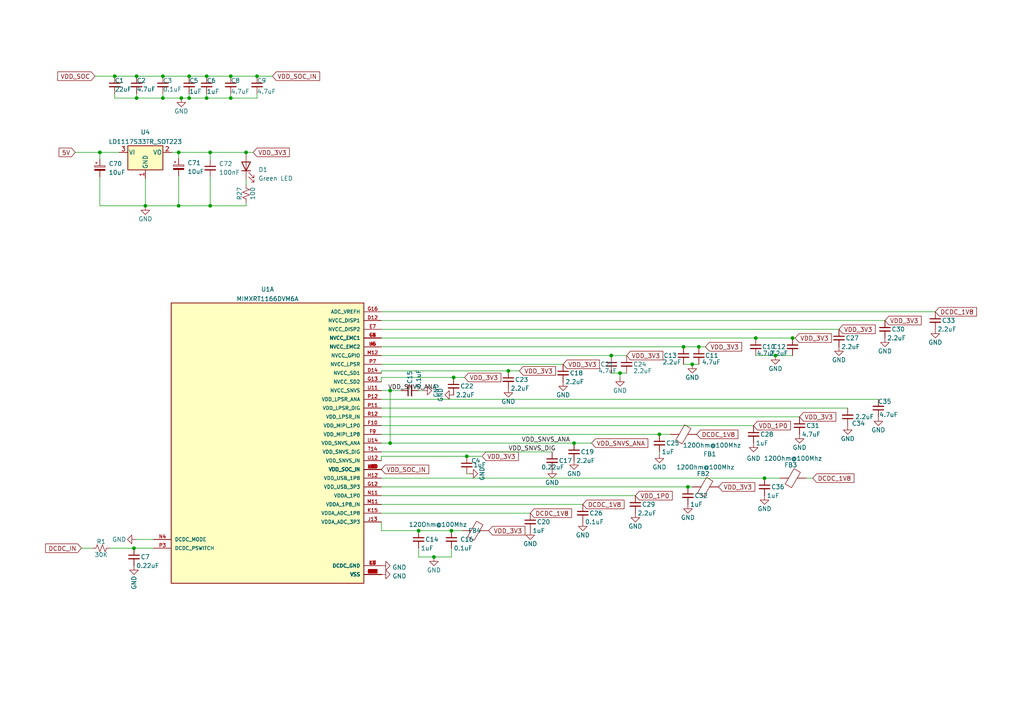
<source format=kicad_sch>
(kicad_sch (version 20230121) (generator eeschema)
  (paper "A4")
  (junction (at 199.517 141.224))
  (junction (at 219.202 98.044))
  (junction (at 113.157 113.284))
  (junction (at 200.787 105.664))
  (junction (at 71.374 44.196))
  (junction (at 177.292 103.124))
  (junction (at 221.742 138.684))
  (junction (at 42.164 59.69))
  (junction (at 66.929 22.098))
  (junction (at 47.244 22.098))
  (junction (at 39.624 22.098))
  (junction (at 125.857 161.544))
  (junction (at 74.549 22.098))
  (junction (at 33.274 22.098))
  (junction (at 47.244 28.448))
  (junction (at 191.262 125.984))
  (junction (at 229.87 98.044))
  (junction (at 51.816 44.196))
  (junction (at 130.937 153.924))
  (junction (at 113.157 128.524))
  (junction (at 224.917 103.124))
  (junction (at 54.864 22.098))
  (junction (at 51.816 59.69))
  (junction (at 39.624 28.448))
  (junction (at 38.862 159.004))
  (junction (at 52.578 28.448))
  (junction (at 135.382 132.334))
  (junction (at 59.944 22.098))
  (junction (at 198.247 100.584))
  (junction (at 60.96 59.69))
  (junction (at 28.956 44.196))
  (junction (at 131.572 109.474))
  (junction (at 202.692 100.584))
  (junction (at 59.944 28.448))
  (junction (at 60.96 44.196))
  (junction (at 147.447 107.569))
  (junction (at 166.497 128.524))
  (junction (at 179.832 108.204))
  (junction (at 54.864 28.448))
  (junction (at 121.412 153.924))
  (junction (at 66.929 28.448))
  (wire (pts (xy 110.617 95.504) (xy 243.332 95.504)))
  (wire (pts (xy 229.87 103.124) (xy 224.917 103.124)))
  (wire (pts (xy 202.692 105.664) (xy 200.787 105.664)))
  (wire (pts (xy 23.622 159.004) (xy 26.797 159.004)))
  (wire (pts (xy 204.597 100.584) (xy 202.692 100.584)))
  (wire (pts (xy 28.956 51.308) (xy 28.956 59.69)))
  (wire (pts (xy 110.617 103.124) (xy 177.292 103.124)))
  (wire (pts (xy 66.929 28.448) (xy 74.549 28.448)))
  (wire (pts (xy 39.497 156.464) (xy 44.577 156.464)))
  (wire (pts (xy 110.617 98.044) (xy 219.202 98.044)))
  (wire (pts (xy 131.572 109.474) (xy 134.747 109.474)))
  (wire (pts (xy 110.617 132.334) (xy 110.617 133.604)))
  (wire (pts (xy 179.832 108.204) (xy 179.832 109.474)))
  (wire (pts (xy 110.617 132.334) (xy 135.382 132.334)))
  (wire (pts (xy 110.617 141.224) (xy 199.517 141.224)))
  (wire (pts (xy 121.412 161.544) (xy 125.857 161.544)))
  (wire (pts (xy 51.816 59.69) (xy 60.96 59.69)))
  (wire (pts (xy 135.382 137.414) (xy 136.017 137.414)))
  (wire (pts (xy 28.956 59.69) (xy 42.164 59.69)))
  (wire (pts (xy 177.292 103.124) (xy 181.737 103.124)))
  (wire (pts (xy 110.617 113.284) (xy 113.157 113.284)))
  (wire (pts (xy 110.617 118.364) (xy 245.872 118.364)))
  (wire (pts (xy 66.929 27.178) (xy 66.929 28.448)))
  (wire (pts (xy 27.559 22.098) (xy 33.274 22.098)))
  (wire (pts (xy 110.617 138.684) (xy 221.742 138.684)))
  (wire (pts (xy 110.617 148.844) (xy 153.797 148.844)))
  (wire (pts (xy 51.816 44.196) (xy 51.816 45.974)))
  (wire (pts (xy 66.929 22.098) (xy 74.549 22.098)))
  (wire (pts (xy 110.617 90.424) (xy 271.272 90.424)))
  (wire (pts (xy 110.617 123.444) (xy 218.567 123.444)))
  (wire (pts (xy 233.807 138.684) (xy 235.712 138.684)))
  (wire (pts (xy 110.617 143.764) (xy 184.277 143.764)))
  (wire (pts (xy 71.374 59.69) (xy 71.374 58.674)))
  (wire (pts (xy 110.617 107.569) (xy 147.447 107.569)))
  (wire (pts (xy 34.544 44.196) (xy 28.956 44.196)))
  (wire (pts (xy 51.816 51.054) (xy 51.816 59.69)))
  (wire (pts (xy 130.937 153.924) (xy 134.112 153.924)))
  (wire (pts (xy 130.937 161.544) (xy 130.937 159.004)))
  (wire (pts (xy 110.617 100.584) (xy 198.247 100.584)))
  (wire (pts (xy 121.412 113.284) (xy 122.682 113.284)))
  (wire (pts (xy 31.877 159.004) (xy 38.862 159.004)))
  (wire (pts (xy 42.164 51.816) (xy 42.164 59.69)))
  (wire (pts (xy 49.784 44.196) (xy 51.816 44.196)))
  (wire (pts (xy 135.382 132.334) (xy 139.827 132.334)))
  (wire (pts (xy 177.292 108.204) (xy 179.832 108.204)))
  (wire (pts (xy 131.572 109.474) (xy 110.617 109.474)))
  (wire (pts (xy 33.274 22.098) (xy 39.624 22.098)))
  (wire (pts (xy 71.374 44.196) (xy 71.374 44.45)))
  (wire (pts (xy 47.244 22.098) (xy 54.864 22.098)))
  (wire (pts (xy 33.274 28.448) (xy 39.624 28.448)))
  (wire (pts (xy 59.944 27.178) (xy 59.944 28.448)))
  (wire (pts (xy 110.617 131.064) (xy 160.147 131.064)))
  (wire (pts (xy 198.247 100.584) (xy 202.692 100.584)))
  (wire (pts (xy 39.624 22.098) (xy 47.244 22.098)))
  (wire (pts (xy 147.447 107.569) (xy 150.622 107.569)))
  (wire (pts (xy 42.164 59.69) (xy 51.816 59.69)))
  (wire (pts (xy 125.857 161.544) (xy 130.937 161.544)))
  (wire (pts (xy 191.262 131.064) (xy 191.262 131.699)))
  (wire (pts (xy 38.862 159.004) (xy 44.577 159.004)))
  (wire (pts (xy 219.202 98.044) (xy 229.87 98.044)))
  (wire (pts (xy 179.832 108.204) (xy 181.737 108.204)))
  (wire (pts (xy 28.956 44.196) (xy 28.956 46.228)))
  (wire (pts (xy 110.617 120.904) (xy 231.902 120.904)))
  (wire (pts (xy 59.944 22.098) (xy 66.929 22.098)))
  (wire (pts (xy 47.244 28.448) (xy 52.578 28.448)))
  (wire (pts (xy 113.157 128.524) (xy 166.497 128.524)))
  (wire (pts (xy 47.244 28.448) (xy 47.244 27.178)))
  (wire (pts (xy 229.87 98.044) (xy 230.632 98.044)))
  (wire (pts (xy 110.617 153.924) (xy 110.617 151.384)))
  (wire (pts (xy 221.742 138.684) (xy 226.187 138.684)))
  (wire (pts (xy 39.624 28.448) (xy 47.244 28.448)))
  (wire (pts (xy 121.412 159.004) (xy 121.412 161.544)))
  (wire (pts (xy 71.374 44.196) (xy 73.406 44.196)))
  (wire (pts (xy 110.617 115.824) (xy 254.762 115.824)))
  (wire (pts (xy 191.262 125.984) (xy 194.437 125.984)))
  (wire (pts (xy 166.497 128.524) (xy 171.577 128.524)))
  (wire (pts (xy 39.624 28.448) (xy 39.624 27.178)))
  (wire (pts (xy 110.617 108.204) (xy 110.617 107.569)))
  (wire (pts (xy 52.578 28.448) (xy 54.864 28.448)))
  (wire (pts (xy 21.844 44.196) (xy 28.956 44.196)))
  (wire (pts (xy 74.549 28.448) (xy 74.549 27.178)))
  (wire (pts (xy 110.617 92.964) (xy 256.667 92.964)))
  (wire (pts (xy 113.157 113.284) (xy 116.332 113.284)))
  (wire (pts (xy 110.617 146.304) (xy 169.037 146.304)))
  (wire (pts (xy 113.157 113.284) (xy 113.157 128.524)))
  (wire (pts (xy 54.864 28.448) (xy 59.944 28.448)))
  (wire (pts (xy 71.374 53.594) (xy 71.374 52.07)))
  (wire (pts (xy 60.96 59.69) (xy 71.374 59.69)))
  (wire (pts (xy 60.96 44.196) (xy 71.374 44.196)))
  (wire (pts (xy 51.816 44.196) (xy 60.96 44.196)))
  (wire (pts (xy 59.944 28.448) (xy 66.929 28.448)))
  (wire (pts (xy 54.864 22.098) (xy 59.944 22.098)))
  (wire (pts (xy 60.96 44.196) (xy 60.96 46.228)))
  (wire (pts (xy 110.617 128.524) (xy 113.157 128.524)))
  (wire (pts (xy 199.517 141.224) (xy 200.787 141.224)))
  (wire (pts (xy 110.617 109.474) (xy 110.617 110.744)))
  (wire (pts (xy 121.412 153.924) (xy 130.937 153.924)))
  (wire (pts (xy 74.549 22.098) (xy 78.994 22.098)))
  (wire (pts (xy 121.412 153.924) (xy 110.617 153.924)))
  (wire (pts (xy 110.617 125.984) (xy 191.262 125.984)))
  (wire (pts (xy 33.274 28.448) (xy 33.274 27.178)))
  (wire (pts (xy 198.247 105.664) (xy 200.787 105.664)))
  (wire (pts (xy 219.202 103.124) (xy 224.917 103.124)))
  (wire (pts (xy 60.96 51.308) (xy 60.96 59.69)))
  (wire (pts (xy 54.864 27.178) (xy 54.864 28.448)))
  (wire (pts (xy 110.617 105.664) (xy 163.322 105.664)))
  (label "VDD_SNVS_ANA" (at 151.257 128.524 0))
  (label "VDD_SNVS_DIG" (at 147.447 131.064 0))
  (label "VDD_SNVS_ANA" (at 112.522 113.284 0))
  (global_label "VDD_SOC_IN" (shape input) (at 78.994 22.098 0) (property "Intersheetrefs" "${INTERSHEET_REFS}" (effects hide)))
  (global_label "VDD_3V3" (shape input) (at 141.732 153.924 0) (property "Intersheetrefs" "${INTERSHEET_REFS}" (effects hide)))
  (global_label "DCDC_IN" (shape input) (at 23.622 159.004 180) (property "Intersheetrefs" "${INTERSHEET_REFS}" (effects hide)))
  (global_label "VDD_3V3" (shape input) (at 139.827 132.334 0) (property "Intersheetrefs" "${INTERSHEET_REFS}" (effects hide)))
  (global_label "DCDC_1V8" (shape input) (at 271.272 90.424 0) (property "Intersheetrefs" "${INTERSHEET_REFS}" (effects hide)))
  (global_label "VDD_1P0" (shape input) (at 218.567 123.444 0) (property "Intersheetrefs" "${INTERSHEET_REFS}" (effects hide)))
  (global_label "VDD_3V3" (shape input) (at 208.407 141.224 0) (property "Intersheetrefs" "${INTERSHEET_REFS}" (effects hide)))
  (global_label "VDD_3V3" (shape input) (at 256.667 92.964 0) (property "Intersheetrefs" "${INTERSHEET_REFS}" (effects hide)))
  (global_label "VDD_3V3" (shape input) (at 163.322 105.664 0) (property "Intersheetrefs" "${INTERSHEET_REFS}" (effects hide)))
  (global_label "VDD_SNVS_ANA" (shape input) (at 171.577 128.524 0) (property "Intersheetrefs" "${INTERSHEET_REFS}" (effects hide)))
  (global_label "DCDC_1V8" (shape input) (at 235.712 138.684 0) (property "Intersheetrefs" "${INTERSHEET_REFS}" (effects hide)))
  (global_label "VDD_1P0" (shape input) (at 184.277 143.764 0) (property "Intersheetrefs" "${INTERSHEET_REFS}" (effects hide)))
  (global_label "VDD_SOC_IN" (shape input) (at 110.617 136.144 0) (property "Intersheetrefs" "${INTERSHEET_REFS}" (effects hide)))
  (global_label "VDD_3V3" (shape input) (at 150.622 107.569 0) (property "Intersheetrefs" "${INTERSHEET_REFS}" (effects hide)))
  (global_label "5V" (shape input) (at 21.844 44.196 180) (property "Intersheetrefs" "${INTERSHEET_REFS}" (effects hide)))
  (global_label "DCDC_1V8" (shape input) (at 202.057 125.984 0) (property "Intersheetrefs" "${INTERSHEET_REFS}" (effects hide)))
  (global_label "VDD_3V3" (shape input) (at 230.632 98.044 0) (property "Intersheetrefs" "${INTERSHEET_REFS}" (effects hide)))
  (global_label "VDD_3V3" (shape input) (at 134.747 109.474 0) (property "Intersheetrefs" "${INTERSHEET_REFS}" (effects hide)))
  (global_label "DCDC_1V8" (shape input) (at 169.037 146.304 0) (property "Intersheetrefs" "${INTERSHEET_REFS}" (effects hide)))
  (global_label "VDD_3V3" (shape input) (at 204.597 100.584 0) (property "Intersheetrefs" "${INTERSHEET_REFS}" (effects hide)))
  (global_label "VDD_3V3" (shape input) (at 73.406 44.196 0) (property "Intersheetrefs" "${INTERSHEET_REFS}" (effects hide)))
  (global_label "VDD_3V3" (shape input) (at 231.902 120.904 0) (property "Intersheetrefs" "${INTERSHEET_REFS}" (effects hide)))
  (global_label "VDD_3V3" (shape input) (at 181.737 103.124 0) (property "Intersheetrefs" "${INTERSHEET_REFS}" (effects hide)))
  (global_label "VDD_SOC" (shape input) (at 27.559 22.098 180) (property "Intersheetrefs" "${INTERSHEET_REFS}" (effects hide)))
  (global_label "VDD_3V3" (shape input) (at 243.332 95.504 0) (property "Intersheetrefs" "${INTERSHEET_REFS}" (effects hide)))
  (global_label "DCDC_1V8" (shape input) (at 153.797 148.844 0) (property "Intersheetrefs" "${INTERSHEET_REFS}" (effects hide)))
  (symbol (lib_id "power:GND") (at 153.797 153.924 0) (unit 1)
    (property "Reference" "#PWR014" (effects hide))
    (property "Value" "GND" (at 153.797 157.734 0))
  )
  (symbol (lib_id "power:GND") (at 184.277 148.844 0) (unit 1)
    (property "Reference" "#PWR022" (effects hide))
    (property "Value" "GND" (at 184.277 152.654 0))
  )
  (symbol (lib_id "power:GND") (at 131.572 114.554 270) (unit 1)
    (property "Reference" "#PWR016" (effects hide))
    (property "Value" "GND" (at 127.762 114.554 0))
  )
  (symbol (lib_id "power:GND") (at 245.872 123.444 0) (unit 1)
    (property "Reference" "#PWR027" (effects hide))
    (property "Value" "GND" (at 245.872 127.254 0))
  )
  (symbol (lib_id "Device:C_Polarized_Small") (at 28.956 48.768 0) (unit 1)
    (property "Reference" "C70" (at 31.496 47.4979 0) (effects (justify left)))
    (property "Value" "10uF" (at 31.496 50.0379 0) (effects (justify left)))
    (property "Footprint" "Capacitor_SMD:C_0805_2012Metric" (effects hide))
  )
  (symbol (lib_id "Device:C_Small") (at 271.272 92.964 0) (unit 1)
    (property "Reference" "C33" (at 273.177 92.964 0) (effects (justify left)))
    (property "Value" "2.2uF" (at 271.907 95.504 0) (effects (justify left)))
    (property "Footprint" "Capacitor_SMD:C_0402_1005Metric" (effects hide))
  )
  (symbol (lib_id "Device:C_Small") (at 198.247 103.124 0) (mirror y) (unit 1)
    (property "Reference" "C13" (at 196.342 103.124 0) (effects (justify left)))
    (property "Value" "2.2uF" (at 197.612 105.029 0) (effects (justify left)))
    (property "Footprint" "Capacitor_SMD:C_0402_1005Metric" (effects hide))
  )
  (symbol (lib_id "Device:R_Small_US") (at 71.374 56.134 0) (unit 1)
    (property "Reference" "R27" (at 69.469 56.134 90))
    (property "Value" "100" (at 73.279 56.134 90))
    (property "Footprint" "Resistor_SMD:R_0603_1608Metric" (effects hide))
  )
  (symbol (lib_id "Device:C_Small") (at 59.944 24.638 0) (unit 1)
    (property "Reference" "C6" (at 59.944 23.368 0) (effects (justify left)))
    (property "Value" "1uF" (at 59.944 26.543 0) (effects (justify left)))
    (property "Footprint" "Capacitor_SMD:C_0402_1005Metric" (effects hide))
  )
  (symbol (lib_id "Device:C_Small") (at 131.572 112.014 0) (unit 1)
    (property "Reference" "C22" (at 133.477 112.014 0) (effects (justify left)))
    (property "Value" "2.2uF" (at 132.207 114.554 0) (effects (justify left)))
    (property "Footprint" "Capacitor_SMD:C_0402_1005Metric" (effects hide))
  )
  (symbol (lib_id "Device:C_Small") (at 219.202 100.584 0) (mirror y) (unit 1)
    (property "Reference" "C10" (at 224.917 100.584 0) (effects (justify left)))
    (property "Value" "4.7uF" (at 224.917 102.489 0) (effects (justify left)))
    (property "Footprint" "Capacitor_SMD:C_0402_1005Metric" (effects hide))
  )
  (symbol (lib_id "Device:C_Small") (at 199.517 143.764 0) (unit 1)
    (property "Reference" "C32" (at 201.422 143.764 0) (effects (justify left)))
    (property "Value" "1uF" (at 200.152 146.304 0) (effects (justify left)))
    (property "Footprint" "Capacitor_SMD:C_0402_1005Metric" (effects hide))
  )
  (symbol (lib_id "power:GND") (at 110.617 164.084 90) (unit 1)
    (property "Reference" "#PWR05" (effects hide))
    (property "Value" "GND" (at 113.792 164.563 90) (effects (justify right)))
  )
  (symbol (lib_id "Device:C_Small") (at 121.412 156.464 0) (unit 1)
    (property "Reference" "C14" (at 123.317 156.464 0) (effects (justify left)))
    (property "Value" "1uF" (at 122.047 159.004 0) (effects (justify left)))
    (property "Footprint" "Capacitor_SMD:C_0402_1005Metric" (effects hide))
  )
  (symbol (lib_id "power:GND") (at 271.272 95.504 0) (unit 1)
    (property "Reference" "#PWR026" (effects hide))
    (property "Value" "GND" (at 271.272 99.314 0))
  )
  (symbol (lib_id "power:GND") (at 52.578 28.448 0) (unit 1)
    (property "Reference" "#PWR01" (effects hide))
    (property "Value" "GND" (at 52.578 32.258 0))
  )
  (symbol (lib_id "Device:C_Small") (at 256.667 95.504 0) (unit 1)
    (property "Reference" "C30" (at 258.572 95.504 0) (effects (justify left)))
    (property "Value" "2.2uF" (at 257.302 98.044 0) (effects (justify left)))
    (property "Footprint" "Capacitor_SMD:C_0402_1005Metric" (effects hide))
  )
  (symbol (lib_id "Device:C_Small") (at 135.382 134.874 0) (unit 1)
    (property "Reference" "C4" (at 136.652 133.604 0) (effects (justify left)))
    (property "Value" "1uF" (at 137.287 134.874 0) (effects (justify left)))
    (property "Footprint" "Capacitor_SMD:C_0402_1005Metric" (effects hide))
  )
  (symbol (lib_id "Device:C_Small") (at 54.864 24.638 0) (unit 1)
    (property "Reference" "C5" (at 54.864 23.368 0) (effects (justify left)))
    (property "Value" "1uF" (at 54.864 26.543 0) (effects (justify left)))
    (property "Footprint" "Capacitor_SMD:C_0402_1005Metric" (effects hide))
  )
  (symbol (lib_id "Device:C_Small") (at 231.902 123.444 0) (unit 1)
    (property "Reference" "C31" (at 233.807 123.444 0) (effects (justify left)))
    (property "Value" "4.7uF" (at 232.537 125.984 0) (effects (justify left)))
    (property "Footprint" "Capacitor_SMD:C_0402_1005Metric" (effects hide))
  )
  (symbol (lib_id "Device:FerriteBead") (at 204.597 141.224 90) (unit 1)
    (property "Reference" "FB2" (at 203.962 137.414 90))
    (property "Value" "120Ohm@100Mhz" (at 204.597 135.509 90))
    (property "Footprint" "Resistor_SMD:R_0402_1005Metric" (effects hide))
  )
  (symbol (lib_id "Device:C_Small") (at 191.262 128.524 0) (unit 1)
    (property "Reference" "C25" (at 193.167 128.524 0) (effects (justify left)))
    (property "Value" "1uF" (at 191.897 131.064 0) (effects (justify left)))
    (property "Footprint" "Capacitor_SMD:C_0402_1005Metric" (effects hide))
  )
  (symbol (lib_id "Device:C_Small") (at 66.929 24.638 0) (unit 1)
    (property "Reference" "C8" (at 66.929 23.368 0) (effects (justify left)))
    (property "Value" "4.7uF" (at 66.929 26.543 0) (effects (justify left)))
    (property "Footprint" "Capacitor_SMD:C_0402_1005Metric" (effects hide))
  )
  (symbol (lib_id "power:GND") (at 42.164 59.69 0) (unit 1)
    (property "Reference" "#PWR053" (effects hide))
    (property "Value" "GND" (at 42.164 63.5 0))
  )
  (symbol (lib_id "power:GND") (at 191.262 131.699 0) (unit 1)
    (property "Reference" "#PWR018" (effects hide))
    (property "Value" "GND" (at 191.262 135.509 0))
  )
  (symbol (lib_id "Device:C_Small") (at 147.447 110.109 0) (unit 1)
    (property "Reference" "C23" (at 149.352 110.109 0) (effects (justify left)))
    (property "Value" "2.2uF" (at 148.082 112.649 0) (effects (justify left)))
    (property "Footprint" "Capacitor_SMD:C_0402_1005Metric" (effects hide))
  )
  (symbol (lib_id "Device:C_Small") (at 74.549 24.638 0) (unit 1)
    (property "Reference" "C9" (at 74.549 23.368 0) (effects (justify left)))
    (property "Value" "4.7uF" (at 74.549 26.543 0) (effects (justify left)))
    (property "Footprint" "Capacitor_SMD:C_0402_1005Metric" (effects hide))
  )
  (symbol (lib_id "Device:C_Small") (at 218.567 125.984 0) (unit 1)
    (property "Reference" "C28" (at 220.472 125.984 0) (effects (justify left)))
    (property "Value" "1uF" (at 219.202 128.524 0) (effects (justify left)))
    (property "Footprint" "Capacitor_SMD:C_0402_1005Metric" (effects hide))
  )
  (symbol (lib_id "Device:C_Polarized_Small") (at 51.816 48.514 0) (unit 1)
    (property "Reference" "C71" (at 54.356 47.2439 0) (effects (justify left)))
    (property "Value" "10uF" (at 54.356 49.7839 0) (effects (justify left)))
    (property "Footprint" "Capacitor_SMD:C_0805_2012Metric" (effects hide))
  )
  (symbol (lib_id "power:GND") (at 163.322 110.744 0) (unit 1)
    (property "Reference" "#PWR012" (effects hide))
    (property "Value" "GND" (at 163.322 114.554 0))
  )
  (symbol (lib_id "Device:C_Small") (at 181.737 105.664 0) (unit 1)
    (property "Reference" "C24" (at 183.642 105.664 0) (effects (justify left)))
    (property "Value" "2.2uF" (at 183.642 107.569 0) (effects (justify left)))
    (property "Footprint" "Capacitor_SMD:C_0402_1005Metric" (effects hide))
  )
  (symbol (lib_id "Device:C_Small") (at 39.624 24.638 0) (unit 1)
    (property "Reference" "C2" (at 39.624 23.368 0) (effects (justify left)))
    (property "Value" "4.7uF" (at 39.624 25.908 0) (effects (justify left)))
    (property "Footprint" "Capacitor_SMD:C_0402_1005Metric" (effects hide))
  )
  (symbol (lib_id "power:GND") (at 39.497 156.464 270) (unit 1)
    (property "Reference" "#PWR04" (effects hide))
    (property "Value" "GND" (at 32.512 156.464 90) (effects (justify left)))
  )
  (symbol (lib_id "Device:C_Small") (at 221.742 141.224 0) (unit 1)
    (property "Reference" "C36" (at 223.647 141.224 0) (effects (justify left)))
    (property "Value" "1uF" (at 222.377 143.764 0) (effects (justify left)))
    (property "Footprint" "Capacitor_SMD:C_0402_1005Metric" (effects hide))
  )
  (symbol (lib_id "Device:LED") (at 71.374 48.26 90) (unit 1)
    (property "Reference" "D1" (at 74.93 49.2125 90) (effects (justify right)))
    (property "Value" "Green LED" (at 74.93 51.7525 90) (effects (justify right)))
    (property "Footprint" "LED_SMD:LED_0805_2012Metric" (effects hide))
  )
  (symbol (lib_id "Device:C_Small") (at 163.322 108.204 0) (unit 1)
    (property "Reference" "C18" (at 165.227 108.204 0) (effects (justify left)))
    (property "Value" "2.2uF" (at 163.957 110.744 0) (effects (justify left)))
    (property "Footprint" "Capacitor_SMD:C_0402_1005Metric" (effects hide))
  )
  (symbol (lib_id "Device:FerriteBead") (at 198.247 125.984 90) (unit 1)
    (property "Reference" "FB1" (at 205.867 131.699 90))
    (property "Value" "120Ohm@100Mhz" (at 206.502 129.159 90))
    (property "Footprint" "Resistor_SMD:R_0402_1005Metric" (effects hide))
  )
  (symbol (lib_id "Device:C_Small") (at 184.277 146.304 0) (unit 1)
    (property "Reference" "C29" (at 186.182 146.304 0) (effects (justify left)))
    (property "Value" "2.2uF" (at 184.912 148.844 0) (effects (justify left)))
    (property "Footprint" "Capacitor_SMD:C_0402_1005Metric" (effects hide))
  )
  (symbol (lib_id "Device:C_Small") (at 118.872 113.284 90) (unit 1)
    (property "Reference" "C15" (at 118.872 111.379 0) (effects (justify left)))
    (property "Value" "0.1uF" (at 121.412 112.649 0) (effects (justify left)))
    (property "Footprint" "Capacitor_SMD:C_0402_1005Metric" (effects hide))
  )
  (symbol (lib_id "Device:C_Small") (at 169.037 148.844 0) (unit 1)
    (property "Reference" "C26" (at 170.942 148.844 0) (effects (justify left)))
    (property "Value" "0.1uF" (at 169.672 151.384 0) (effects (justify left)))
    (property "Footprint" "Capacitor_SMD:C_0402_1005Metric" (effects hide))
  )
  (symbol (lib_id "Device:C_Small") (at 38.862 161.544 0) (unit 1)
    (property "Reference" "C7" (at 40.767 161.544 0) (effects (justify left)))
    (property "Value" "0.22uF" (at 39.497 164.084 0) (effects (justify left)))
    (property "Footprint" "Capacitor_SMD:C_0402_1005Metric" (effects hide))
  )
  (symbol (lib_id "Device:C_Small") (at 166.497 131.064 0) (unit 1)
    (property "Reference" "C19" (at 168.402 131.064 0) (effects (justify left)))
    (property "Value" "2.2uF" (at 167.132 133.604 0) (effects (justify left)))
    (property "Footprint" "Capacitor_SMD:C_0402_1005Metric" (effects hide))
  )
  (symbol (lib_id "Device:C_Small") (at 177.292 105.664 0) (unit 1)
    (property "Reference" "C21" (at 174.117 105.664 0) (effects (justify left)))
    (property "Value" "4.7uF" (at 173.482 107.569 0) (effects (justify left)))
    (property "Footprint" "Capacitor_SMD:C_0402_1005Metric" (effects hide))
  )
  (symbol (lib_id "power:GND") (at 147.447 112.649 0) (unit 1)
    (property "Reference" "#PWR017" (effects hide))
    (property "Value" "GND" (at 147.447 116.459 0))
  )
  (symbol (lib_id "Device:C_Small") (at 153.797 151.384 0) (unit 1)
    (property "Reference" "C20" (at 155.702 151.384 0) (effects (justify left)))
    (property "Value" "1uF" (at 154.432 153.924 0) (effects (justify left)))
    (property "Footprint" "Capacitor_SMD:C_0402_1005Metric" (effects hide))
  )
  (symbol (lib_id "Device:C_Small") (at 160.147 133.604 0) (unit 1)
    (property "Reference" "C17" (at 162.052 133.604 0) (effects (justify left)))
    (property "Value" "0.22uF" (at 156.972 135.509 0) (effects (justify left)))
    (property "Footprint" "Capacitor_SMD:C_0402_1005Metric" (effects hide))
  )
  (symbol (lib_id "power:GND") (at 199.517 146.304 0) (unit 1)
    (property "Reference" "#PWR025" (effects hide))
    (property "Value" "GND" (at 199.517 150.114 0))
  )
  (symbol (lib_id "power:GND") (at 224.917 103.124 0) (mirror y) (unit 1)
    (property "Reference" "#PWR07" (effects hide))
    (property "Value" "GND" (at 224.917 106.934 0))
  )
  (symbol (lib_id "Device:FerriteBead") (at 137.922 153.924 90) (unit 1)
    (property "Reference" "FB4" (at 137.668 153.924 90))
    (property "Value" "120Ohm@100Mhz" (at 127 152.146 90))
    (property "Footprint" "Resistor_SMD:R_0402_1005Metric" (effects hide))
  )
  (symbol (lib_id "Device:R_Small_US") (at 29.337 159.004 270) (unit 1)
    (property "Reference" "R1" (at 29.337 157.099 90))
    (property "Value" "30K" (at 29.337 160.909 90))
    (property "Footprint" "Resistor_SMD:R_0402_1005Metric" (effects hide))
  )
  (symbol (lib_id "power:GND") (at 166.497 133.604 0) (unit 1)
    (property "Reference" "#PWR013" (effects hide))
    (property "Value" "GND" (at 166.497 137.414 0))
  )
  (symbol (lib_id "MIMXRT1166DVM6A:MIMXRT1166DVM6A") (at 77.597 128.524 0) (unit 1)
    (property "Reference" "U1" (at 77.597 83.9175 0))
    (property "Value" "MIMXRT1166DVM6A" (at 77.597 86.6926 0))
    (property "Footprint" "MIMXRT1166DVM6A:MIMXRT1166DVM6A" (effects hide))
    (property "PARTREV" "Rev. 0" (effects hide))
    (property "MANUFACTURER" "NXP Semiconductors" (effects hide))
    (property "MAXIMUM_PACKAGE_HEIGHT" "1.52 mm" (effects hide))
    (property "STANDARD" "IPC 7351B" (effects hide))
  )
  (symbol (lib_id "power:GND") (at 169.037 151.384 0) (unit 1)
    (property "Reference" "#PWR019" (effects hide))
    (property "Value" "GND" (at 169.037 155.194 0))
  )
  (symbol (lib_id "Device:C_Small") (at 60.96 48.768 0) (unit 1)
    (property "Reference" "C72" (at 63.5 47.4979 0) (effects (justify left)))
    (property "Value" "100nF" (at 63.5 50.0379 0) (effects (justify left)))
    (property "Footprint" "Capacitor_SMD:C_0402_1005Metric" (effects hide))
  )
  (symbol (lib_id "power:GND") (at 122.682 113.284 90) (unit 1)
    (property "Reference" "#PWR010" (effects hide))
    (property "Value" "GND" (at 126.492 113.284 0))
  )
  (symbol (lib_id "power:GND") (at 218.567 128.524 0) (unit 1)
    (property "Reference" "#PWR021" (effects hide))
    (property "Value" "GND" (at 218.567 132.969 0))
  )
  (symbol (lib_id "power:GND") (at 231.902 125.984 0) (unit 1)
    (property "Reference" "#PWR024" (effects hide))
    (property "Value" "GND" (at 231.902 129.794 0))
  )
  (symbol (lib_id "Device:FerriteBead") (at 229.997 138.684 90) (unit 1)
    (property "Reference" "FB3" (at 229.362 134.874 90))
    (property "Value" "120Ohm@100Mhz" (at 229.997 132.969 90))
    (property "Footprint" "Resistor_SMD:R_0402_1005Metric" (effects hide))
  )
  (symbol (lib_id "power:GND") (at 110.617 166.624 90) (unit 1)
    (property "Reference" "#PWR06" (effects hide))
    (property "Value" "GND" (at 113.792 167.103 90) (effects (justify right)))
  )
  (symbol (lib_id "Device:C_Small") (at 229.87 100.584 0) (mirror y) (unit 1)
    (property "Reference" "C12" (at 227.965 100.584 0) (effects (justify left)))
    (property "Value" "2.2uF" (at 228.6 102.489 0) (effects (justify left)))
    (property "Footprint" "Capacitor_SMD:C_0402_1005Metric" (effects hide))
  )
  (symbol (lib_id "power:GND") (at 256.667 98.044 0) (unit 1)
    (property "Reference" "#PWR023" (effects hide))
    (property "Value" "GND" (at 256.667 101.854 0))
  )
  (symbol (lib_id "power:GND") (at 243.332 100.584 0) (unit 1)
    (property "Reference" "#PWR020" (effects hide))
    (property "Value" "GND" (at 243.332 104.394 0))
  )
  (symbol (lib_id "Regulator_Linear:LD1117S33TR_SOT223") (at 42.164 44.196 0) (unit 1)
    (property "Reference" "U4" (at 42.164 38.3245 0))
    (property "Value" "LD1117S33TR_SOT223" (at 42.164 41.0996 0))
    (property "Footprint" "Package_TO_SOT_SMD:SOT-223-3_TabPin2" (effects hide))
    (property "Datasheet" "http://www.st.com/st-web-ui/static/active/en/resource/technical/document/datasheet/CD00000544.pdf" (effects hide))
  )
  (symbol (lib_id "Device:C_Small") (at 245.872 120.904 180) (unit 1)
    (property "Reference" "C34" (at 250.952 122.809 0) (effects (justify left)))
    (property "Value" "2.2uF" (at 253.492 120.904 0) (effects (justify left)))
    (property "Footprint" "Capacitor_SMD:C_0402_1005Metric" (effects hide))
  )
  (symbol (lib_id "power:GND") (at 38.862 164.084 0) (unit 1)
    (property "Reference" "#PWR03" (effects hide))
    (property "Value" "GND" (at 38.862 171.069 90) (effects (justify left)))
  )
  (symbol (lib_id "Device:C_Small") (at 130.937 156.464 0) (unit 1)
    (property "Reference" "C16" (at 133.477 156.464 0) (effects (justify left)))
    (property "Value" "0.1uF" (at 131.572 159.004 0) (effects (justify left)))
    (property "Footprint" "Capacitor_SMD:C_0402_1005Metric" (effects hide))
  )
  (symbol (lib_id "power:GND") (at 179.832 109.474 0) (unit 1)
    (property "Reference" "#PWR015" (effects hide))
    (property "Value" "GND" (at 179.832 113.284 0))
  )
  (symbol (lib_id "Device:C_Small") (at 254.762 118.364 180) (unit 1)
    (property "Reference" "C35" (at 258.572 116.459 0) (effects (justify left)))
    (property "Value" "4.7uF" (at 260.477 120.269 0) (effects (justify left)))
    (property "Footprint" "Capacitor_SMD:C_0402_1005Metric" (effects hide))
  )
  (symbol (lib_id "power:GND") (at 221.742 143.764 0) (unit 1)
    (property "Reference" "#PWR029" (effects hide))
    (property "Value" "GND" (at 221.742 147.574 0))
  )
  (symbol (lib_id "power:GND") (at 200.787 105.664 0) (mirror y) (unit 1)
    (property "Reference" "#PWR08" (effects hide))
    (property "Value" "GND" (at 200.787 109.474 0))
  )
  (symbol (lib_id "power:GND") (at 254.762 120.904 0) (unit 1)
    (property "Reference" "#PWR028" (effects hide))
    (property "Value" "GND" (at 254.762 124.714 0))
  )
  (symbol (lib_id "power:GND") (at 136.017 137.414 90) (unit 1)
    (property "Reference" "#PWR02" (effects hide))
    (property "Value" "GND" (at 139.827 137.414 0))
  )
  (symbol (lib_id "Device:C_Small") (at 202.692 103.124 0) (mirror y) (unit 1)
    (property "Reference" "C11" (at 208.407 103.124 0) (effects (justify left)))
    (property "Value" "4.7uF" (at 209.042 105.029 0) (effects (justify left)))
    (property "Footprint" "Capacitor_SMD:C_0402_1005Metric" (effects hide))
  )
  (symbol (lib_id "power:GND") (at 125.857 161.544 0) (unit 1)
    (property "Reference" "#PWR09" (effects hide))
    (property "Value" "GND" (at 125.857 165.354 0))
  )
  (symbol (lib_id "power:GND") (at 160.147 136.144 0) (unit 1)
    (property "Reference" "#PWR011" (effects hide))
    (property "Value" "GND" (at 160.147 139.954 0))
  )
  (symbol (lib_id "Device:C_Small") (at 47.244 24.638 0) (unit 1)
    (property "Reference" "C3" (at 47.244 23.368 0) (effects (justify left)))
    (property "Value" "0.1uF" (at 47.244 25.908 0) (effects (justify left)))
    (property "Footprint" "Capacitor_SMD:C_0402_1005Metric" (effects hide))
  )
  (symbol (lib_id "Device:C_Small") (at 243.332 98.044 0) (unit 1)
    (property "Reference" "C27" (at 245.237 98.044 0) (effects (justify left)))
    (property "Value" "2.2uF" (at 243.967 100.584 0) (effects (justify left)))
    (property "Footprint" "Capacitor_SMD:C_0402_1005Metric" (effects hide))
  )
  (symbol (lib_id "Device:C_Small") (at 33.274 24.638 0) (unit 1)
    (property "Reference" "C1" (at 33.274 23.368 0) (effects (justify left)))
    (property "Value" "22uF" (at 33.274 25.908 0) (effects (justify left)))
    (property "Footprint" "Capacitor_SMD:C_0603_1608Metric" (effects hide))
  )
)
</source>
